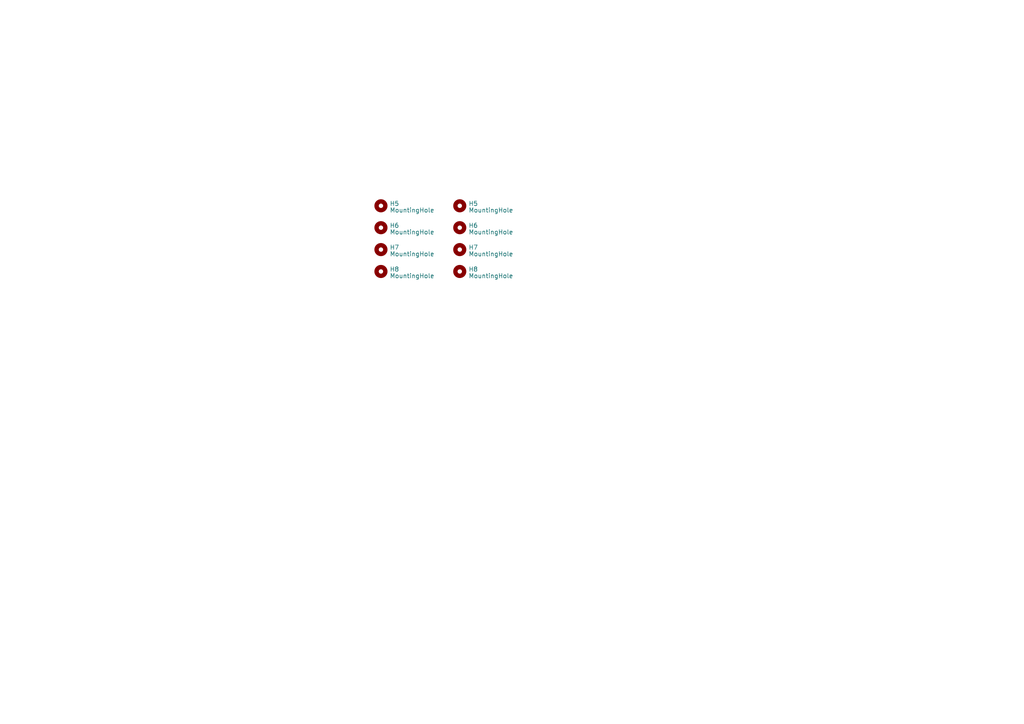
<source format=kicad_sch>
(kicad_sch (version 20230121) (generator eeschema)
  (paper "A4")
  (lib_symbols
    (symbol "Mechanical:MountingHole" (pin_names (offset 1.016))
      (property "Reference" "H" (at 0 5.08 0))
      (property "Value" "MountingHole" (at 0 3.175 0))
      (symbol "MountingHole_0_1"
        (circle (center 0 0) (radius 1.27) (stroke (width 1.27)))
      )
    )
  )
  (symbol (lib_id "Mechanical:MountingHole") (at 133.35 66.04 0) (unit 1)
    (property "Reference" "H6" (at 135.89 65.3963 0) (effects (justify left)))
    (property "Value" "MountingHole" (at 135.89 67.3173 0) (effects (justify left)))
    (property "Footprint" "MountingHole:MountingHole_3.2mm_M3" (effects hide))
    (instances (project "ether_mix" (path "" (reference "H6") (unit 1)) (path "" (reference "H10") (unit 1))))
  )
  (symbol (lib_id "Mechanical:MountingHole") (at 133.35 78.74 0) (unit 1)
    (property "Reference" "H8" (at 135.89 78.0963 0) (effects (justify left)))
    (property "Value" "MountingHole" (at 135.89 80.0173 0) (effects (justify left)))
    (property "Footprint" "MountingHole:MountingHole_3.2mm_M3" (effects hide))
    (instances (project "ether_mix" (path "" (reference "H8") (unit 1)) (path "" (reference "H12") (unit 1))))
  )
  (symbol (lib_id "Mechanical:MountingHole") (at 110.49 59.69 0) (unit 1)
    (property "Reference" "H5" (at 113.03 59.0463 0) (effects (justify left)))
    (property "Value" "MountingHole" (at 113.03 60.9673 0) (effects (justify left)))
    (property "Footprint" "MountingHole:MountingHole_3.2mm_M3" (effects hide))
  )
  (symbol (lib_id "Mechanical:MountingHole") (at 133.35 72.39 0) (unit 1)
    (property "Reference" "H7" (at 135.89 71.7463 0) (effects (justify left)))
    (property "Value" "MountingHole" (at 135.89 73.6673 0) (effects (justify left)))
    (property "Footprint" "MountingHole:MountingHole_3.2mm_M3" (effects hide))
    (instances (project "ether_mix" (path "" (reference "H7") (unit 1)) (path "" (reference "H11") (unit 1))))
  )
  (symbol (lib_id "Mechanical:MountingHole") (at 110.49 72.39 0) (unit 1)
    (property "Reference" "H7" (at 113.03 71.7463 0) (effects (justify left)))
    (property "Value" "MountingHole" (at 113.03 73.6673 0) (effects (justify left)))
    (property "Footprint" "MountingHole:MountingHole_3.2mm_M3" (effects hide))
  )
  (symbol (lib_id "Mechanical:MountingHole") (at 133.35 59.69 0) (unit 1)
    (property "Reference" "H5" (at 135.89 59.0463 0) (effects (justify left)))
    (property "Value" "MountingHole" (at 135.89 60.9673 0) (effects (justify left)))
    (property "Footprint" "MountingHole:MountingHole_3.2mm_M3" (effects hide))
    (instances (project "ether_mix" (path "" (reference "H5") (unit 1)) (path "" (reference "H9") (unit 1))))
  )
  (symbol (lib_id "Mechanical:MountingHole") (at 110.49 66.04 0) (unit 1)
    (property "Reference" "H6" (at 113.03 65.3963 0) (effects (justify left)))
    (property "Value" "MountingHole" (at 113.03 67.3173 0) (effects (justify left)))
    (property "Footprint" "MountingHole:MountingHole_3.2mm_M3" (effects hide))
  )
  (symbol (lib_id "Mechanical:MountingHole") (at 110.49 78.74 0) (unit 1)
    (property "Reference" "H8" (at 113.03 78.0963 0) (effects (justify left)))
    (property "Value" "MountingHole" (at 113.03 80.0173 0) (effects (justify left)))
    (property "Footprint" "MountingHole:MountingHole_3.2mm_M3" (effects hide))
  )
)
</source>
